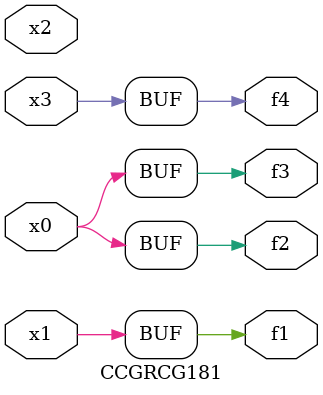
<source format=v>
module CCGRCG181(
	input x0, x1, x2, x3,
	output f1, f2, f3, f4
);
	assign f1 = x1;
	assign f2 = x0;
	assign f3 = x0;
	assign f4 = x3;
endmodule

</source>
